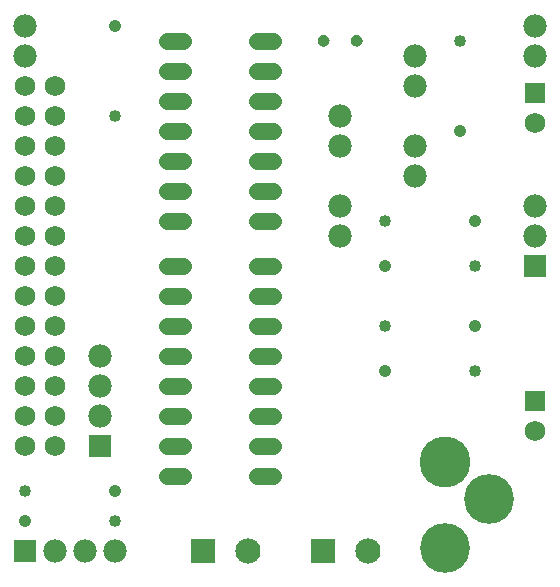
<source format=gbr>
G04 EAGLE Gerber RS-274X export*
G75*
%MOMM*%
%FSLAX34Y34*%
%LPD*%
%INSoldermask Top*%
%IPPOS*%
%AMOC8*
5,1,8,0,0,1.08239X$1,22.5*%
G01*
%ADD10C,1.422400*%
%ADD11R,1.981200X1.981200*%
%ADD12C,1.981200*%
%ADD13C,1.752600*%
%ADD14R,1.752600X1.752600*%
%ADD15C,4.317600*%
%ADD16C,4.216400*%
%ADD17R,2.133600X2.133600*%
%ADD18C,2.133600*%
%ADD19C,1.016000*%
%ADD20C,1.047269*%

G36*
X290816Y464753D02*
X290816Y464753D01*
X290942Y464752D01*
X291953Y464891D01*
X292001Y464907D01*
X292091Y464926D01*
X293046Y465288D01*
X293089Y465314D01*
X293173Y465353D01*
X294023Y465917D01*
X294060Y465952D01*
X294132Y466009D01*
X294836Y466749D01*
X294864Y466791D01*
X294922Y466862D01*
X295443Y467740D01*
X295461Y467787D01*
X295502Y467869D01*
X295815Y468841D01*
X295822Y468891D01*
X295843Y468980D01*
X295932Y469998D01*
X295927Y470048D01*
X295928Y470139D01*
X295797Y471103D01*
X295781Y471151D01*
X295762Y471240D01*
X295420Y472151D01*
X295394Y472194D01*
X295355Y472278D01*
X294818Y473089D01*
X294783Y473125D01*
X294727Y473198D01*
X294023Y473870D01*
X293981Y473898D01*
X293910Y473956D01*
X293075Y474454D01*
X293027Y474472D01*
X292945Y474512D01*
X292020Y474812D01*
X291969Y474819D01*
X291880Y474841D01*
X290911Y474927D01*
X290864Y474923D01*
X290789Y474926D01*
X289813Y474824D01*
X289765Y474810D01*
X289675Y474794D01*
X288746Y474478D01*
X288702Y474454D01*
X288617Y474417D01*
X287782Y473903D01*
X287745Y473869D01*
X287670Y473815D01*
X286971Y473127D01*
X286941Y473086D01*
X286881Y473017D01*
X286352Y472190D01*
X286333Y472144D01*
X286289Y472063D01*
X285957Y471140D01*
X285949Y471090D01*
X285924Y471001D01*
X285806Y470027D01*
X285809Y469977D01*
X285805Y469891D01*
X285900Y468889D01*
X285914Y468840D01*
X285930Y468750D01*
X286246Y467794D01*
X286270Y467749D01*
X286306Y467665D01*
X286827Y466804D01*
X286860Y466766D01*
X286913Y466691D01*
X287613Y465967D01*
X287654Y465938D01*
X287723Y465877D01*
X288566Y465327D01*
X288612Y465307D01*
X288693Y465263D01*
X289637Y464915D01*
X289687Y464906D01*
X289775Y464881D01*
X290773Y464751D01*
X290816Y464753D01*
G37*
G36*
X318807Y464753D02*
X318807Y464753D01*
X318933Y464752D01*
X319944Y464891D01*
X319992Y464907D01*
X320082Y464926D01*
X321037Y465288D01*
X321080Y465314D01*
X321164Y465353D01*
X322014Y465917D01*
X322051Y465952D01*
X322123Y466009D01*
X322827Y466749D01*
X322855Y466791D01*
X322913Y466862D01*
X323434Y467740D01*
X323452Y467787D01*
X323493Y467869D01*
X323806Y468841D01*
X323813Y468891D01*
X323834Y468980D01*
X323923Y469998D01*
X323918Y470048D01*
X323919Y470139D01*
X323788Y471103D01*
X323772Y471151D01*
X323753Y471240D01*
X323411Y472151D01*
X323385Y472194D01*
X323346Y472278D01*
X322809Y473089D01*
X322774Y473125D01*
X322718Y473198D01*
X322014Y473870D01*
X321972Y473898D01*
X321901Y473956D01*
X321066Y474454D01*
X321018Y474472D01*
X320936Y474512D01*
X320011Y474812D01*
X319960Y474819D01*
X319871Y474841D01*
X318902Y474927D01*
X318855Y474923D01*
X318780Y474926D01*
X317804Y474824D01*
X317756Y474810D01*
X317666Y474794D01*
X316737Y474478D01*
X316693Y474454D01*
X316608Y474417D01*
X315773Y473903D01*
X315736Y473869D01*
X315661Y473815D01*
X314962Y473127D01*
X314932Y473086D01*
X314872Y473017D01*
X314343Y472190D01*
X314324Y472144D01*
X314280Y472063D01*
X313948Y471140D01*
X313940Y471090D01*
X313915Y471001D01*
X313797Y470027D01*
X313800Y469977D01*
X313796Y469891D01*
X313891Y468889D01*
X313905Y468840D01*
X313921Y468750D01*
X314237Y467794D01*
X314261Y467749D01*
X314297Y467665D01*
X314818Y466804D01*
X314851Y466766D01*
X314904Y466691D01*
X315604Y465967D01*
X315645Y465938D01*
X315714Y465877D01*
X316557Y465327D01*
X316603Y465307D01*
X316684Y465263D01*
X317628Y464915D01*
X317678Y464906D01*
X317766Y464881D01*
X318764Y464751D01*
X318807Y464753D01*
G37*
D10*
X158496Y279400D02*
X171704Y279400D01*
X171704Y254000D02*
X158496Y254000D01*
X158496Y127000D02*
X171704Y127000D01*
X171704Y101600D02*
X158496Y101600D01*
X158496Y228600D02*
X171704Y228600D01*
X171704Y203200D02*
X158496Y203200D01*
X158496Y152400D02*
X171704Y152400D01*
X171704Y177800D02*
X158496Y177800D01*
X234696Y101600D02*
X247904Y101600D01*
X247904Y127000D02*
X234696Y127000D01*
X234696Y152400D02*
X247904Y152400D01*
X247904Y177800D02*
X234696Y177800D01*
X234696Y203200D02*
X247904Y203200D01*
X247904Y228600D02*
X234696Y228600D01*
X234696Y254000D02*
X247904Y254000D01*
X247904Y279400D02*
X234696Y279400D01*
D11*
X469900Y279400D03*
D12*
X469900Y304800D03*
X469900Y330200D03*
D10*
X171704Y469900D02*
X158496Y469900D01*
X158496Y444500D02*
X171704Y444500D01*
X171704Y317500D02*
X158496Y317500D01*
X234696Y317500D02*
X247904Y317500D01*
X171704Y419100D02*
X158496Y419100D01*
X158496Y393700D02*
X171704Y393700D01*
X171704Y342900D02*
X158496Y342900D01*
X158496Y368300D02*
X171704Y368300D01*
X234696Y342900D02*
X247904Y342900D01*
X247904Y368300D02*
X234696Y368300D01*
X234696Y393700D02*
X247904Y393700D01*
X247904Y419100D02*
X234696Y419100D01*
X234696Y444500D02*
X247904Y444500D01*
X247904Y469900D02*
X234696Y469900D01*
D13*
X469900Y400050D03*
D14*
X469900Y425450D03*
D15*
X393700Y113378D03*
D16*
X393954Y40170D03*
X431316Y81600D03*
D17*
X188722Y38100D03*
D18*
X227278Y38100D03*
D17*
X290322Y38100D03*
D18*
X328878Y38100D03*
D12*
X304800Y406400D03*
X304800Y381000D03*
X304800Y304800D03*
X304800Y330200D03*
X368300Y431800D03*
X368300Y457200D03*
X368300Y355600D03*
X368300Y381000D03*
D11*
X101600Y127000D03*
D12*
X101600Y152400D03*
X101600Y177800D03*
X101600Y203200D03*
D11*
X38100Y38100D03*
D12*
X63500Y38100D03*
X88900Y38100D03*
X114300Y38100D03*
X469900Y482600D03*
X469900Y457200D03*
X38100Y482600D03*
X38100Y457200D03*
D13*
X469900Y139700D03*
D14*
X469900Y165100D03*
D19*
X38100Y88900D03*
D20*
X114300Y88900D03*
D19*
X114300Y63500D03*
D20*
X38100Y63500D03*
D19*
X406400Y469900D03*
D20*
X406400Y393700D03*
D19*
X114300Y406400D03*
D20*
X114300Y482600D03*
D19*
X419100Y190500D03*
D20*
X342900Y190500D03*
D19*
X342900Y228600D03*
D20*
X419100Y228600D03*
D19*
X419100Y279400D03*
D20*
X342900Y279400D03*
D19*
X342900Y317500D03*
D20*
X419100Y317500D03*
D13*
X63500Y127000D03*
X63500Y152400D03*
X63500Y177800D03*
X63500Y203200D03*
X63500Y228600D03*
X63500Y254000D03*
X63500Y279400D03*
X63500Y304800D03*
X63500Y330200D03*
X63500Y355600D03*
X63500Y381000D03*
X63500Y406400D03*
X63500Y431800D03*
X38100Y431800D03*
X38100Y406400D03*
X38100Y381000D03*
X38100Y355600D03*
X38100Y330200D03*
X38100Y304800D03*
X38100Y279400D03*
X38100Y254000D03*
X38100Y228600D03*
X38100Y203200D03*
X38100Y177800D03*
X38100Y152400D03*
X38100Y127000D03*
M02*

</source>
